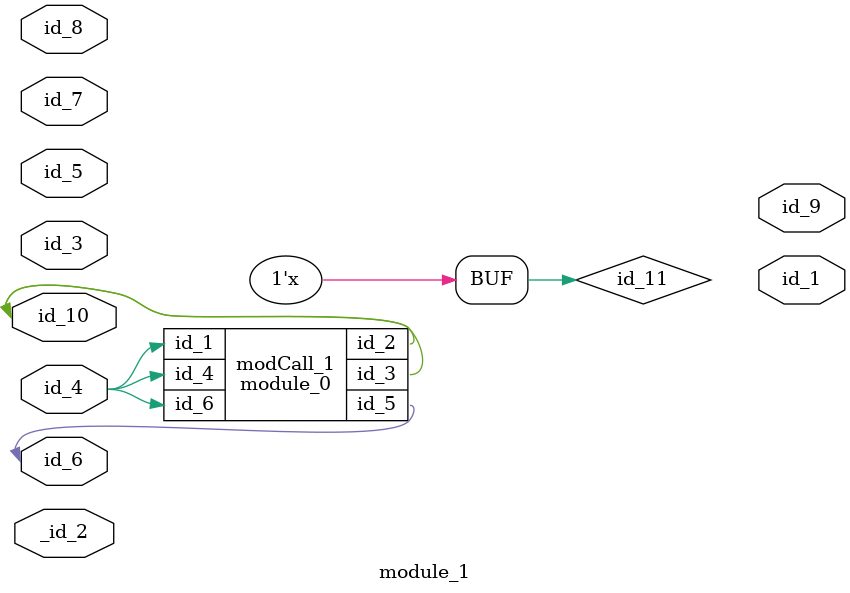
<source format=v>
module module_0 (
    id_1,
    id_2,
    id_3,
    id_4,
    id_5,
    id_6
);
  input wire id_6;
  inout wire id_5;
  input wire id_4;
  inout wire id_3;
  output wire id_2;
  input wire id_1;
  assign id_5 = id_1;
endmodule
module module_1 #(
    parameter id_2 = 32'd46
) (
    id_1,
    _id_2,
    id_3,
    id_4,
    id_5,
    id_6,
    id_7,
    id_8,
    id_9,
    id_10
);
  inout wire id_10;
  output wire id_9;
  input wire id_8;
  input wire id_7;
  inout wire id_6;
  module_0 modCall_1 (
      id_4,
      id_10,
      id_10,
      id_4,
      id_6,
      id_4
  );
  inout wire id_5;
  input wire id_4;
  inout wire id_3;
  inout wire _id_2;
  output wire id_1;
  reg id_11;
  ;
  always @(*) id_11 <= id_11;
  wire [-1 : id_2] id_12;
endmodule

</source>
